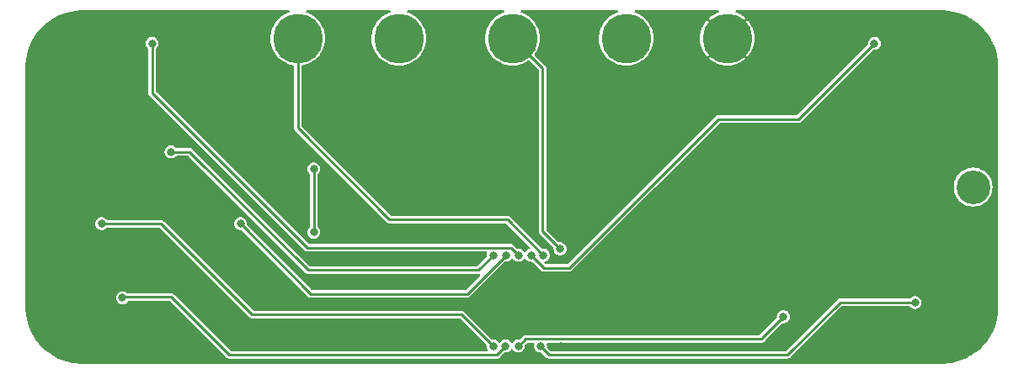
<source format=gbl>
G04 #@! TF.GenerationSoftware,KiCad,Pcbnew,8.0.0*
G04 #@! TF.CreationDate,2024-05-31T17:11:35+01:00*
G04 #@! TF.ProjectId,basic_kit_SMT_bumpers_D_pad,62617369-635f-46b6-9974-5f534d545f62,v1.4*
G04 #@! TF.SameCoordinates,Original*
G04 #@! TF.FileFunction,Copper,L2,Bot*
G04 #@! TF.FilePolarity,Positive*
%FSLAX46Y46*%
G04 Gerber Fmt 4.6, Leading zero omitted, Abs format (unit mm)*
G04 Created by KiCad (PCBNEW 8.0.0) date 2024-05-31 17:11:35*
%MOMM*%
%LPD*%
G01*
G04 APERTURE LIST*
G04 #@! TA.AperFunction,ComponentPad*
%ADD10C,5.000000*%
G04 #@! TD*
G04 #@! TA.AperFunction,ViaPad*
%ADD11C,3.400000*%
G04 #@! TD*
G04 #@! TA.AperFunction,ViaPad*
%ADD12C,0.800000*%
G04 #@! TD*
G04 #@! TA.AperFunction,Conductor*
%ADD13C,0.250000*%
G04 #@! TD*
G04 APERTURE END LIST*
D10*
X81328500Y-52197000D03*
X91488500Y-52197000D03*
X102918500Y-52197000D03*
X114348500Y-52197000D03*
X124508500Y-52197000D03*
D11*
X149225000Y-67171400D03*
D12*
X102730000Y-61960000D03*
X130140000Y-80240000D03*
X103505000Y-83185000D03*
X107750000Y-83190000D03*
X82930000Y-71730000D03*
X82930000Y-65340000D03*
X106010000Y-74030000D03*
X107696000Y-73406000D03*
X100960000Y-83190000D03*
X61595000Y-70866000D03*
X68580000Y-63627000D03*
X100965000Y-74041000D03*
X75565000Y-70866000D03*
X102235000Y-74041000D03*
X63700000Y-78340000D03*
X102210000Y-83190000D03*
X105730000Y-83190000D03*
X143380000Y-78820000D03*
X66675000Y-52705000D03*
X103505000Y-74041000D03*
X139305000Y-52705000D03*
X104770000Y-74040000D03*
D13*
X103505000Y-83185000D02*
X104225000Y-82465000D01*
X127974000Y-82406000D02*
X130140000Y-80240000D01*
X104225000Y-82465000D02*
X127974000Y-82465000D01*
X127974000Y-82465000D02*
X127974000Y-82406000D01*
X105730000Y-83250000D02*
X105730000Y-83190000D01*
X106554000Y-84074000D02*
X105730000Y-83250000D01*
X130556000Y-84074000D02*
X106554000Y-84074000D01*
X135850000Y-78780000D02*
X130556000Y-84074000D01*
X143340000Y-78780000D02*
X143380000Y-78820000D01*
X135850000Y-78780000D02*
X143340000Y-78780000D01*
X105920000Y-55198500D02*
X102918500Y-52197000D01*
X107696000Y-73406000D02*
X105920000Y-71630000D01*
X105920000Y-71630000D02*
X105920000Y-55198500D01*
X82930000Y-71730000D02*
X82930000Y-65340000D01*
X90540000Y-70440000D02*
X102420000Y-70440000D01*
X102420000Y-70440000D02*
X106010000Y-74030000D01*
X81328500Y-61228500D02*
X90540000Y-70440000D01*
X81328500Y-52197000D02*
X81328500Y-61228500D01*
X67564000Y-70866000D02*
X61595000Y-70866000D01*
X76718000Y-80020000D02*
X67564000Y-70866000D01*
X97800000Y-80020000D02*
X100960000Y-83180000D01*
X100960000Y-83180000D02*
X100960000Y-83190000D01*
X97800000Y-80020000D02*
X76718000Y-80020000D01*
X100965000Y-74041000D02*
X99476000Y-75530000D01*
X70467000Y-63627000D02*
X68580000Y-63627000D01*
X82370000Y-75530000D02*
X70467000Y-63627000D01*
X99476000Y-75530000D02*
X82370000Y-75530000D01*
X82629000Y-77930000D02*
X75565000Y-70866000D01*
X102235000Y-74041000D02*
X98346000Y-77930000D01*
X98346000Y-77930000D02*
X82629000Y-77930000D01*
X68598000Y-78250000D02*
X74422000Y-84074000D01*
X101346000Y-84054000D02*
X102210000Y-83190000D01*
X101346000Y-84074000D02*
X101346000Y-84054000D01*
X63790000Y-78250000D02*
X63700000Y-78340000D01*
X74422000Y-84074000D02*
X101346000Y-84074000D01*
X68598000Y-78250000D02*
X63790000Y-78250000D01*
X82250000Y-73280000D02*
X102744000Y-73280000D01*
X66675000Y-57705000D02*
X82250000Y-73280000D01*
X66675000Y-52705000D02*
X66675000Y-57705000D01*
X102744000Y-73280000D02*
X103505000Y-74041000D01*
X106040000Y-75310000D02*
X108586000Y-75310000D01*
X131685000Y-60325000D02*
X139305000Y-52705000D01*
X104770000Y-74040000D02*
X106040000Y-75310000D01*
X123571000Y-60325000D02*
X131685000Y-60325000D01*
X108586000Y-75310000D02*
X123571000Y-60325000D01*
G04 #@! TA.AperFunction,Conductor*
G36*
X80449404Y-49376685D02*
G01*
X80495159Y-49429489D01*
X80505103Y-49498647D01*
X80476078Y-49562203D01*
X80419256Y-49599385D01*
X80351377Y-49620537D01*
X80158156Y-49707498D01*
X80068758Y-49747734D01*
X80047943Y-49757102D01*
X79956323Y-49812487D01*
X79763173Y-49929251D01*
X79501244Y-50134460D01*
X79265960Y-50369744D01*
X79060751Y-50631673D01*
X78888601Y-50916445D01*
X78888600Y-50916447D01*
X78752036Y-51219880D01*
X78752030Y-51219895D01*
X78653046Y-51537550D01*
X78653044Y-51537556D01*
X78653044Y-51537559D01*
X78613380Y-51754000D01*
X78593063Y-51864863D01*
X78572973Y-52197000D01*
X78593063Y-52529136D01*
X78593063Y-52529141D01*
X78593064Y-52529142D01*
X78653044Y-52856441D01*
X78653045Y-52856445D01*
X78653046Y-52856449D01*
X78752030Y-53174104D01*
X78752034Y-53174116D01*
X78752037Y-53174123D01*
X78888602Y-53477557D01*
X78913366Y-53518521D01*
X79060751Y-53762326D01*
X79265960Y-54024255D01*
X79501244Y-54259539D01*
X79763173Y-54464748D01*
X79763178Y-54464751D01*
X79763182Y-54464754D01*
X80047943Y-54636898D01*
X80351377Y-54773463D01*
X80351390Y-54773467D01*
X80351395Y-54773469D01*
X80536833Y-54831253D01*
X80669059Y-54872456D01*
X80851353Y-54905862D01*
X80913745Y-54937309D01*
X80949232Y-54997495D01*
X80953000Y-55027831D01*
X80953000Y-61277935D01*
X80978590Y-61373438D01*
X81028025Y-61459062D01*
X81028026Y-61459063D01*
X90239525Y-70670562D01*
X90309438Y-70740475D01*
X90395062Y-70789910D01*
X90442811Y-70802705D01*
X90442812Y-70802705D01*
X90452903Y-70805408D01*
X90490564Y-70815500D01*
X90490565Y-70815500D01*
X102213101Y-70815500D01*
X102280140Y-70835185D01*
X102300782Y-70851819D01*
X104653842Y-73204880D01*
X104687327Y-73266203D01*
X104682343Y-73335895D01*
X104640471Y-73391828D01*
X104595837Y-73412958D01*
X104537632Y-73427304D01*
X104397762Y-73500715D01*
X104279515Y-73605472D01*
X104239203Y-73663873D01*
X104184920Y-73707863D01*
X104115471Y-73715522D01*
X104052907Y-73684418D01*
X104035104Y-73663871D01*
X103995485Y-73606472D01*
X103994354Y-73605470D01*
X103877240Y-73501717D01*
X103877238Y-73501716D01*
X103877237Y-73501715D01*
X103737365Y-73428303D01*
X103583986Y-73390500D01*
X103583985Y-73390500D01*
X103436899Y-73390500D01*
X103369860Y-73370815D01*
X103349218Y-73354181D01*
X102974563Y-72979526D01*
X102974562Y-72979525D01*
X102888938Y-72930090D01*
X102841186Y-72917295D01*
X102841184Y-72917294D01*
X102841182Y-72917293D01*
X102793436Y-72904500D01*
X102793435Y-72904500D01*
X82456899Y-72904500D01*
X82389860Y-72884815D01*
X82369218Y-72868181D01*
X81231037Y-71730000D01*
X82274722Y-71730000D01*
X82293762Y-71886818D01*
X82349780Y-72034523D01*
X82439517Y-72164530D01*
X82557760Y-72269283D01*
X82557762Y-72269284D01*
X82697634Y-72342696D01*
X82851014Y-72380500D01*
X82851015Y-72380500D01*
X83008985Y-72380500D01*
X83162365Y-72342696D01*
X83302240Y-72269283D01*
X83420483Y-72164530D01*
X83510220Y-72034523D01*
X83566237Y-71886818D01*
X83585278Y-71730000D01*
X83566237Y-71573182D01*
X83558514Y-71552819D01*
X83519315Y-71449459D01*
X83510220Y-71425477D01*
X83420483Y-71295470D01*
X83420024Y-71295063D01*
X83347273Y-71230611D01*
X83310146Y-71171422D01*
X83305500Y-71137796D01*
X83305500Y-65932202D01*
X83325185Y-65865163D01*
X83347274Y-65839386D01*
X83420482Y-65774531D01*
X83476376Y-65693554D01*
X83510220Y-65644523D01*
X83566237Y-65496818D01*
X83585278Y-65340000D01*
X83579830Y-65295127D01*
X83566237Y-65183181D01*
X83544992Y-65127164D01*
X83510220Y-65035477D01*
X83420483Y-64905470D01*
X83302240Y-64800717D01*
X83302238Y-64800716D01*
X83302237Y-64800715D01*
X83162365Y-64727303D01*
X83008986Y-64689500D01*
X83008985Y-64689500D01*
X82851015Y-64689500D01*
X82851014Y-64689500D01*
X82697634Y-64727303D01*
X82557762Y-64800715D01*
X82439516Y-64905471D01*
X82349781Y-65035475D01*
X82349780Y-65035476D01*
X82293762Y-65183181D01*
X82274722Y-65339999D01*
X82274722Y-65340000D01*
X82293762Y-65496818D01*
X82349780Y-65644523D01*
X82349781Y-65644524D01*
X82439517Y-65774531D01*
X82512726Y-65839386D01*
X82549853Y-65898574D01*
X82554500Y-65932202D01*
X82554500Y-71137796D01*
X82534815Y-71204835D01*
X82512727Y-71230611D01*
X82439518Y-71295468D01*
X82349781Y-71425475D01*
X82349780Y-71425476D01*
X82293762Y-71573181D01*
X82274722Y-71729999D01*
X82274722Y-71730000D01*
X81231037Y-71730000D01*
X67086819Y-57585782D01*
X67053334Y-57524459D01*
X67050500Y-57498101D01*
X67050500Y-53297202D01*
X67070185Y-53230163D01*
X67092274Y-53204386D01*
X67165482Y-53139531D01*
X67165484Y-53139528D01*
X67255220Y-53009523D01*
X67311237Y-52861818D01*
X67330278Y-52705000D01*
X67311237Y-52548182D01*
X67255220Y-52400477D01*
X67165483Y-52270470D01*
X67047240Y-52165717D01*
X67047238Y-52165716D01*
X67047237Y-52165715D01*
X66907365Y-52092303D01*
X66753986Y-52054500D01*
X66753985Y-52054500D01*
X66596015Y-52054500D01*
X66596014Y-52054500D01*
X66442634Y-52092303D01*
X66302762Y-52165715D01*
X66184516Y-52270471D01*
X66094781Y-52400475D01*
X66094780Y-52400476D01*
X66038762Y-52548181D01*
X66019722Y-52704999D01*
X66019722Y-52705000D01*
X66038762Y-52861818D01*
X66094780Y-53009523D01*
X66094781Y-53009524D01*
X66184517Y-53139531D01*
X66257726Y-53204386D01*
X66294853Y-53263574D01*
X66299500Y-53297202D01*
X66299500Y-57754435D01*
X66325090Y-57849938D01*
X66374525Y-57935562D01*
X66374526Y-57935563D01*
X81949525Y-73510562D01*
X82019438Y-73580475D01*
X82105062Y-73629910D01*
X82152811Y-73642705D01*
X82152812Y-73642705D01*
X82162903Y-73645408D01*
X82200564Y-73655500D01*
X82200565Y-73655500D01*
X100235846Y-73655500D01*
X100302885Y-73675185D01*
X100348640Y-73727989D01*
X100358584Y-73797147D01*
X100351789Y-73823465D01*
X100345319Y-73840528D01*
X100328762Y-73884182D01*
X100309722Y-74041000D01*
X100315896Y-74091854D01*
X100304435Y-74160777D01*
X100280481Y-74194480D01*
X99356782Y-75118181D01*
X99295459Y-75151666D01*
X99269101Y-75154500D01*
X82576899Y-75154500D01*
X82509860Y-75134815D01*
X82489218Y-75118181D01*
X70697563Y-63326526D01*
X70697562Y-63326525D01*
X70611938Y-63277090D01*
X70564186Y-63264295D01*
X70564184Y-63264294D01*
X70564182Y-63264293D01*
X70516436Y-63251500D01*
X70516435Y-63251500D01*
X69176308Y-63251500D01*
X69109269Y-63231815D01*
X69074257Y-63197938D01*
X69070483Y-63192470D01*
X68952240Y-63087717D01*
X68952238Y-63087716D01*
X68952237Y-63087715D01*
X68812365Y-63014303D01*
X68658986Y-62976500D01*
X68658985Y-62976500D01*
X68501015Y-62976500D01*
X68501014Y-62976500D01*
X68347634Y-63014303D01*
X68207762Y-63087715D01*
X68089516Y-63192471D01*
X67999781Y-63322475D01*
X67999780Y-63322476D01*
X67943762Y-63470181D01*
X67924722Y-63626999D01*
X67924722Y-63627000D01*
X67943762Y-63783818D01*
X67999780Y-63931523D01*
X68089517Y-64061530D01*
X68207760Y-64166283D01*
X68207762Y-64166284D01*
X68347634Y-64239696D01*
X68501014Y-64277500D01*
X68501015Y-64277500D01*
X68658985Y-64277500D01*
X68812365Y-64239696D01*
X68952240Y-64166283D01*
X69070483Y-64061530D01*
X69074257Y-64056061D01*
X69128537Y-64012071D01*
X69176308Y-64002500D01*
X70260101Y-64002500D01*
X70327140Y-64022185D01*
X70347782Y-64038819D01*
X82069525Y-75760562D01*
X82139438Y-75830475D01*
X82225062Y-75879910D01*
X82272811Y-75892705D01*
X82272812Y-75892705D01*
X82282903Y-75895408D01*
X82320564Y-75905500D01*
X82320565Y-75905500D01*
X82320566Y-75905500D01*
X99533564Y-75905500D01*
X99533564Y-75906922D01*
X99593926Y-75916327D01*
X99646188Y-75962700D01*
X99665082Y-76029967D01*
X99644611Y-76096770D01*
X99628772Y-76116189D01*
X98226782Y-77518181D01*
X98165459Y-77551666D01*
X98139101Y-77554500D01*
X82835899Y-77554500D01*
X82768860Y-77534815D01*
X82748218Y-77518181D01*
X76249517Y-71019480D01*
X76216032Y-70958157D01*
X76214102Y-70916857D01*
X76220278Y-70866000D01*
X76201237Y-70709182D01*
X76145220Y-70561477D01*
X76055483Y-70431470D01*
X75937240Y-70326717D01*
X75937238Y-70326716D01*
X75937237Y-70326715D01*
X75797365Y-70253303D01*
X75643986Y-70215500D01*
X75643985Y-70215500D01*
X75486015Y-70215500D01*
X75486014Y-70215500D01*
X75332634Y-70253303D01*
X75192762Y-70326715D01*
X75074516Y-70431471D01*
X74984781Y-70561475D01*
X74984780Y-70561476D01*
X74928762Y-70709181D01*
X74909722Y-70865999D01*
X74909722Y-70866000D01*
X74928762Y-71022818D01*
X74972368Y-71137796D01*
X74984780Y-71170523D01*
X75074517Y-71300530D01*
X75192760Y-71405283D01*
X75192762Y-71405284D01*
X75332634Y-71478696D01*
X75486014Y-71516500D01*
X75633101Y-71516500D01*
X75700140Y-71536185D01*
X75720782Y-71552819D01*
X82398438Y-78230475D01*
X82484063Y-78279911D01*
X82579564Y-78305500D01*
X82579565Y-78305500D01*
X82579566Y-78305500D01*
X98395434Y-78305500D01*
X98395436Y-78305500D01*
X98441453Y-78293169D01*
X98451178Y-78290564D01*
X98468706Y-78285866D01*
X98490938Y-78279910D01*
X98576562Y-78230475D01*
X98646475Y-78160562D01*
X102079217Y-74727818D01*
X102140540Y-74694334D01*
X102166898Y-74691500D01*
X102313985Y-74691500D01*
X102467365Y-74653696D01*
X102488323Y-74642696D01*
X102607240Y-74580283D01*
X102725483Y-74475530D01*
X102767950Y-74414006D01*
X102822232Y-74370015D01*
X102891681Y-74362355D01*
X102954246Y-74393458D01*
X102972050Y-74414006D01*
X103014514Y-74475527D01*
X103014516Y-74475529D01*
X103014517Y-74475530D01*
X103132760Y-74580283D01*
X103132762Y-74580284D01*
X103272634Y-74653696D01*
X103426014Y-74691500D01*
X103426015Y-74691500D01*
X103583985Y-74691500D01*
X103737365Y-74653696D01*
X103758323Y-74642696D01*
X103877240Y-74580283D01*
X103995483Y-74475530D01*
X104035796Y-74417127D01*
X104090077Y-74373137D01*
X104159526Y-74365477D01*
X104222091Y-74396580D01*
X104239893Y-74417125D01*
X104258501Y-74444084D01*
X104272614Y-74464530D01*
X104279517Y-74474530D01*
X104397760Y-74579283D01*
X104397762Y-74579284D01*
X104537634Y-74652696D01*
X104691014Y-74690500D01*
X104838101Y-74690500D01*
X104905140Y-74710185D01*
X104925782Y-74726819D01*
X105739525Y-75540562D01*
X105809438Y-75610475D01*
X105895059Y-75659908D01*
X105895062Y-75659910D01*
X105942811Y-75672705D01*
X105942812Y-75672705D01*
X105952903Y-75675408D01*
X105990564Y-75685500D01*
X105990565Y-75685500D01*
X105990566Y-75685500D01*
X108635435Y-75685500D01*
X108635436Y-75685500D01*
X108683186Y-75672705D01*
X108730938Y-75659910D01*
X108816562Y-75610475D01*
X108886475Y-75540562D01*
X117255636Y-67171401D01*
X147269518Y-67171401D01*
X147289422Y-67449699D01*
X147348727Y-67722316D01*
X147348729Y-67722323D01*
X147409266Y-67884630D01*
X147446231Y-67983738D01*
X147446233Y-67983742D01*
X147579940Y-68228607D01*
X147579945Y-68228615D01*
X147747138Y-68451960D01*
X147747154Y-68451978D01*
X147944421Y-68649245D01*
X147944439Y-68649261D01*
X148167784Y-68816454D01*
X148167792Y-68816459D01*
X148412657Y-68950166D01*
X148412661Y-68950168D01*
X148412663Y-68950169D01*
X148674077Y-69047671D01*
X148810391Y-69077324D01*
X148946700Y-69106977D01*
X148946702Y-69106977D01*
X148946706Y-69106978D01*
X149194014Y-69124665D01*
X149224999Y-69126882D01*
X149225000Y-69126882D01*
X149225001Y-69126882D01*
X149252881Y-69124887D01*
X149503294Y-69106978D01*
X149775923Y-69047671D01*
X150037337Y-68950169D01*
X150282213Y-68816456D01*
X150505568Y-68649255D01*
X150702855Y-68451968D01*
X150870056Y-68228613D01*
X151003769Y-67983737D01*
X151101271Y-67722323D01*
X151160578Y-67449694D01*
X151180482Y-67171400D01*
X151160578Y-66893106D01*
X151101271Y-66620477D01*
X151003769Y-66359063D01*
X150870056Y-66114187D01*
X150870054Y-66114184D01*
X150702861Y-65890839D01*
X150702845Y-65890821D01*
X150505578Y-65693554D01*
X150505560Y-65693538D01*
X150282215Y-65526345D01*
X150282207Y-65526340D01*
X150037342Y-65392633D01*
X150037338Y-65392631D01*
X149896227Y-65340000D01*
X149775923Y-65295129D01*
X149775919Y-65295128D01*
X149775916Y-65295127D01*
X149503299Y-65235822D01*
X149225001Y-65215918D01*
X149224999Y-65215918D01*
X148946700Y-65235822D01*
X148674083Y-65295127D01*
X148674078Y-65295128D01*
X148674077Y-65295129D01*
X148610875Y-65318701D01*
X148412661Y-65392631D01*
X148412657Y-65392633D01*
X148167792Y-65526340D01*
X148167784Y-65526345D01*
X147944439Y-65693538D01*
X147944421Y-65693554D01*
X147747154Y-65890821D01*
X147747138Y-65890839D01*
X147579945Y-66114184D01*
X147579940Y-66114192D01*
X147446233Y-66359057D01*
X147446231Y-66359061D01*
X147348727Y-66620483D01*
X147289422Y-66893100D01*
X147269518Y-67171398D01*
X147269518Y-67171401D01*
X117255636Y-67171401D01*
X123690218Y-60736819D01*
X123751541Y-60703334D01*
X123777899Y-60700500D01*
X131734435Y-60700500D01*
X131734436Y-60700500D01*
X131782186Y-60687705D01*
X131829938Y-60674910D01*
X131915562Y-60625475D01*
X131985475Y-60555562D01*
X139149217Y-53391818D01*
X139210540Y-53358334D01*
X139236898Y-53355500D01*
X139383985Y-53355500D01*
X139537365Y-53317696D01*
X139551030Y-53310524D01*
X139677240Y-53244283D01*
X139795483Y-53139530D01*
X139885220Y-53009523D01*
X139941237Y-52861818D01*
X139960278Y-52705000D01*
X139941237Y-52548182D01*
X139885220Y-52400477D01*
X139795483Y-52270470D01*
X139677240Y-52165717D01*
X139677238Y-52165716D01*
X139677237Y-52165715D01*
X139537365Y-52092303D01*
X139383986Y-52054500D01*
X139383985Y-52054500D01*
X139226015Y-52054500D01*
X139226014Y-52054500D01*
X139072634Y-52092303D01*
X138932762Y-52165715D01*
X138814516Y-52270471D01*
X138724781Y-52400475D01*
X138724780Y-52400476D01*
X138668763Y-52548181D01*
X138649722Y-52705000D01*
X138649722Y-52705001D01*
X138655896Y-52755854D01*
X138644435Y-52824777D01*
X138620481Y-52858480D01*
X131565782Y-59913181D01*
X131504459Y-59946666D01*
X131478101Y-59949500D01*
X123521564Y-59949500D01*
X123473812Y-59962295D01*
X123473811Y-59962294D01*
X123426063Y-59975089D01*
X123426062Y-59975089D01*
X123340435Y-60024527D01*
X108466782Y-74898181D01*
X108405459Y-74931666D01*
X108379101Y-74934500D01*
X106246899Y-74934500D01*
X106179860Y-74914815D01*
X106159218Y-74898181D01*
X106126156Y-74865119D01*
X106092671Y-74803796D01*
X106097655Y-74734104D01*
X106139527Y-74678171D01*
X106184162Y-74657041D01*
X106242365Y-74642696D01*
X106382240Y-74569283D01*
X106500483Y-74464530D01*
X106590220Y-74334523D01*
X106646237Y-74186818D01*
X106665278Y-74030000D01*
X106663906Y-74018696D01*
X106646237Y-73873181D01*
X106617401Y-73797147D01*
X106590220Y-73725477D01*
X106500483Y-73595470D01*
X106382240Y-73490717D01*
X106382238Y-73490716D01*
X106382237Y-73490715D01*
X106242365Y-73417303D01*
X106088986Y-73379500D01*
X106088985Y-73379500D01*
X105941900Y-73379500D01*
X105874861Y-73359815D01*
X105854219Y-73343181D01*
X102650563Y-70139526D01*
X102650562Y-70139525D01*
X102564938Y-70090090D01*
X102517186Y-70077295D01*
X102517184Y-70077294D01*
X102517182Y-70077293D01*
X102469436Y-70064500D01*
X102469435Y-70064500D01*
X90746899Y-70064500D01*
X90679860Y-70044815D01*
X90659218Y-70028181D01*
X81740319Y-61109282D01*
X81706834Y-61047959D01*
X81704000Y-61021601D01*
X81704000Y-55027831D01*
X81723685Y-54960792D01*
X81776489Y-54915037D01*
X81805645Y-54905862D01*
X81987941Y-54872456D01*
X82305623Y-54773463D01*
X82609057Y-54636898D01*
X82893818Y-54464754D01*
X82894351Y-54464337D01*
X83027855Y-54359743D01*
X83155752Y-54259542D01*
X83391042Y-54024252D01*
X83536381Y-53838740D01*
X83596248Y-53762326D01*
X83596252Y-53762320D01*
X83596254Y-53762318D01*
X83768398Y-53477557D01*
X83904963Y-53174123D01*
X84003956Y-52856441D01*
X84063936Y-52529142D01*
X84084027Y-52197000D01*
X84063936Y-51864858D01*
X84003956Y-51537559D01*
X83955124Y-51380851D01*
X83904969Y-51219895D01*
X83904967Y-51219890D01*
X83904963Y-51219877D01*
X83768398Y-50916443D01*
X83596254Y-50631682D01*
X83596251Y-50631678D01*
X83596248Y-50631673D01*
X83391039Y-50369744D01*
X83155755Y-50134460D01*
X82893826Y-49929251D01*
X82893818Y-49929246D01*
X82609057Y-49757102D01*
X82305623Y-49620537D01*
X82237743Y-49599385D01*
X82179597Y-49560648D01*
X82151623Y-49496623D01*
X82162704Y-49427638D01*
X82209323Y-49375594D01*
X82274635Y-49357000D01*
X90542365Y-49357000D01*
X90609404Y-49376685D01*
X90655159Y-49429489D01*
X90665103Y-49498647D01*
X90636078Y-49562203D01*
X90579256Y-49599385D01*
X90511377Y-49620537D01*
X90318156Y-49707498D01*
X90228758Y-49747734D01*
X90207943Y-49757102D01*
X90116323Y-49812487D01*
X89923173Y-49929251D01*
X89661244Y-50134460D01*
X89425960Y-50369744D01*
X89220751Y-50631673D01*
X89048601Y-50916445D01*
X89048600Y-50916447D01*
X88912036Y-51219880D01*
X88912030Y-51219895D01*
X88813046Y-51537550D01*
X88813044Y-51537556D01*
X88813044Y-51537559D01*
X88773380Y-51754000D01*
X88753063Y-51864863D01*
X88732973Y-52197000D01*
X88753063Y-52529136D01*
X88753063Y-52529141D01*
X88753064Y-52529142D01*
X88813044Y-52856441D01*
X88813045Y-52856445D01*
X88813046Y-52856449D01*
X88912030Y-53174104D01*
X88912034Y-53174116D01*
X88912037Y-53174123D01*
X89048602Y-53477557D01*
X89073366Y-53518521D01*
X89220751Y-53762326D01*
X89425960Y-54024255D01*
X89661244Y-54259539D01*
X89923173Y-54464748D01*
X89923178Y-54464751D01*
X89923182Y-54464754D01*
X90207943Y-54636898D01*
X90511377Y-54773463D01*
X90511390Y-54773467D01*
X90511395Y-54773469D01*
X90696833Y-54831253D01*
X90829059Y-54872456D01*
X91156358Y-54932436D01*
X91488500Y-54952527D01*
X91820642Y-54932436D01*
X92147941Y-54872456D01*
X92465623Y-54773463D01*
X92769057Y-54636898D01*
X93053818Y-54464754D01*
X93054351Y-54464337D01*
X93187855Y-54359743D01*
X93315752Y-54259542D01*
X93551042Y-54024252D01*
X93696381Y-53838740D01*
X93756248Y-53762326D01*
X93756252Y-53762320D01*
X93756254Y-53762318D01*
X93928398Y-53477557D01*
X94064963Y-53174123D01*
X94163956Y-52856441D01*
X94223936Y-52529142D01*
X94244027Y-52197000D01*
X94223936Y-51864858D01*
X94163956Y-51537559D01*
X94115124Y-51380851D01*
X94064969Y-51219895D01*
X94064967Y-51219890D01*
X94064963Y-51219877D01*
X93928398Y-50916443D01*
X93756254Y-50631682D01*
X93756251Y-50631678D01*
X93756248Y-50631673D01*
X93551039Y-50369744D01*
X93315755Y-50134460D01*
X93053826Y-49929251D01*
X93053818Y-49929246D01*
X92769057Y-49757102D01*
X92465623Y-49620537D01*
X92397743Y-49599385D01*
X92339597Y-49560648D01*
X92311623Y-49496623D01*
X92322704Y-49427638D01*
X92369323Y-49375594D01*
X92434635Y-49357000D01*
X101972365Y-49357000D01*
X102039404Y-49376685D01*
X102085159Y-49429489D01*
X102095103Y-49498647D01*
X102066078Y-49562203D01*
X102009256Y-49599385D01*
X101941377Y-49620537D01*
X101748156Y-49707498D01*
X101658758Y-49747734D01*
X101637943Y-49757102D01*
X101546323Y-49812487D01*
X101353173Y-49929251D01*
X101091244Y-50134460D01*
X100855960Y-50369744D01*
X100650751Y-50631673D01*
X100478601Y-50916445D01*
X100478600Y-50916447D01*
X100342036Y-51219880D01*
X100342030Y-51219895D01*
X100243046Y-51537550D01*
X100243044Y-51537556D01*
X100243044Y-51537559D01*
X100203380Y-51754000D01*
X100183063Y-51864863D01*
X100162973Y-52197000D01*
X100183063Y-52529136D01*
X100183063Y-52529141D01*
X100183064Y-52529142D01*
X100243044Y-52856441D01*
X100243045Y-52856445D01*
X100243046Y-52856449D01*
X100342030Y-53174104D01*
X100342034Y-53174116D01*
X100342037Y-53174123D01*
X100478602Y-53477557D01*
X100503366Y-53518521D01*
X100650751Y-53762326D01*
X100855960Y-54024255D01*
X101091244Y-54259539D01*
X101353173Y-54464748D01*
X101353178Y-54464751D01*
X101353182Y-54464754D01*
X101637943Y-54636898D01*
X101941377Y-54773463D01*
X101941390Y-54773467D01*
X101941395Y-54773469D01*
X102126833Y-54831253D01*
X102259059Y-54872456D01*
X102586358Y-54932436D01*
X102918500Y-54952527D01*
X103250642Y-54932436D01*
X103577941Y-54872456D01*
X103895623Y-54773463D01*
X104199057Y-54636898D01*
X104483818Y-54464754D01*
X104493443Y-54457212D01*
X104558348Y-54431360D01*
X104626932Y-54444703D01*
X104657601Y-54467138D01*
X105508181Y-55317718D01*
X105541666Y-55379041D01*
X105544500Y-55405399D01*
X105544500Y-71679435D01*
X105570090Y-71774938D01*
X105570091Y-71774939D01*
X105570091Y-71774940D01*
X105619526Y-71860563D01*
X107011481Y-73252518D01*
X107044966Y-73313841D01*
X107046896Y-73355143D01*
X107040722Y-73405997D01*
X107040722Y-73406000D01*
X107059762Y-73562818D01*
X107098087Y-73663871D01*
X107115780Y-73710523D01*
X107205517Y-73840530D01*
X107323760Y-73945283D01*
X107323762Y-73945284D01*
X107463634Y-74018696D01*
X107617014Y-74056500D01*
X107617015Y-74056500D01*
X107774985Y-74056500D01*
X107928365Y-74018696D01*
X108068240Y-73945283D01*
X108186483Y-73840530D01*
X108276220Y-73710523D01*
X108332237Y-73562818D01*
X108351278Y-73406000D01*
X108343651Y-73343181D01*
X108332237Y-73249181D01*
X108310992Y-73193164D01*
X108276220Y-73101477D01*
X108186483Y-72971470D01*
X108068240Y-72866717D01*
X108068238Y-72866716D01*
X108068237Y-72866715D01*
X107928365Y-72793303D01*
X107774986Y-72755500D01*
X107774985Y-72755500D01*
X107627899Y-72755500D01*
X107560860Y-72735815D01*
X107540218Y-72719181D01*
X106331819Y-71510782D01*
X106298334Y-71449459D01*
X106295500Y-71423101D01*
X106295500Y-55149067D01*
X106295500Y-55149065D01*
X106269910Y-55053562D01*
X106220475Y-54967938D01*
X106150562Y-54898025D01*
X105188638Y-53936101D01*
X105155153Y-53874778D01*
X105160137Y-53805086D01*
X105178709Y-53771947D01*
X105186254Y-53762318D01*
X105358398Y-53477557D01*
X105494963Y-53174123D01*
X105593956Y-52856441D01*
X105653936Y-52529142D01*
X105674027Y-52197000D01*
X105653936Y-51864858D01*
X105593956Y-51537559D01*
X105545124Y-51380851D01*
X105494969Y-51219895D01*
X105494967Y-51219890D01*
X105494963Y-51219877D01*
X105358398Y-50916443D01*
X105186254Y-50631682D01*
X105186251Y-50631678D01*
X105186248Y-50631673D01*
X104981039Y-50369744D01*
X104745755Y-50134460D01*
X104483826Y-49929251D01*
X104483818Y-49929246D01*
X104199057Y-49757102D01*
X103895623Y-49620537D01*
X103827743Y-49599385D01*
X103769597Y-49560648D01*
X103741623Y-49496623D01*
X103752704Y-49427638D01*
X103799323Y-49375594D01*
X103864635Y-49357000D01*
X113402365Y-49357000D01*
X113469404Y-49376685D01*
X113515159Y-49429489D01*
X113525103Y-49498647D01*
X113496078Y-49562203D01*
X113439256Y-49599385D01*
X113371377Y-49620537D01*
X113178156Y-49707498D01*
X113088758Y-49747734D01*
X113067943Y-49757102D01*
X112976323Y-49812487D01*
X112783173Y-49929251D01*
X112521244Y-50134460D01*
X112285960Y-50369744D01*
X112080751Y-50631673D01*
X111908601Y-50916445D01*
X111908600Y-50916447D01*
X111772036Y-51219880D01*
X111772030Y-51219895D01*
X111673046Y-51537550D01*
X111673044Y-51537556D01*
X111673044Y-51537559D01*
X111633380Y-51754000D01*
X111613063Y-51864863D01*
X111592973Y-52197000D01*
X111613063Y-52529136D01*
X111613063Y-52529141D01*
X111613064Y-52529142D01*
X111673044Y-52856441D01*
X111673045Y-52856445D01*
X111673046Y-52856449D01*
X111772030Y-53174104D01*
X111772034Y-53174116D01*
X111772037Y-53174123D01*
X111908602Y-53477557D01*
X111933366Y-53518521D01*
X112080751Y-53762326D01*
X112285960Y-54024255D01*
X112521244Y-54259539D01*
X112783173Y-54464748D01*
X112783178Y-54464751D01*
X112783182Y-54464754D01*
X113067943Y-54636898D01*
X113371377Y-54773463D01*
X113371390Y-54773467D01*
X113371395Y-54773469D01*
X113556833Y-54831253D01*
X113689059Y-54872456D01*
X114016358Y-54932436D01*
X114348500Y-54952527D01*
X114680642Y-54932436D01*
X115007941Y-54872456D01*
X115325623Y-54773463D01*
X115629057Y-54636898D01*
X115913818Y-54464754D01*
X115914351Y-54464337D01*
X116047855Y-54359743D01*
X116175752Y-54259542D01*
X116411042Y-54024252D01*
X116556381Y-53838740D01*
X116616248Y-53762326D01*
X116616252Y-53762320D01*
X116616254Y-53762318D01*
X116788398Y-53477557D01*
X116924963Y-53174123D01*
X117023956Y-52856441D01*
X117083936Y-52529142D01*
X117104027Y-52197000D01*
X117083936Y-51864858D01*
X117023956Y-51537559D01*
X116975124Y-51380851D01*
X116924969Y-51219895D01*
X116924967Y-51219890D01*
X116924963Y-51219877D01*
X116788398Y-50916443D01*
X116616254Y-50631682D01*
X116616251Y-50631678D01*
X116616248Y-50631673D01*
X116411039Y-50369744D01*
X116175755Y-50134460D01*
X115913826Y-49929251D01*
X115913818Y-49929246D01*
X115629057Y-49757102D01*
X115325623Y-49620537D01*
X115257743Y-49599385D01*
X115199597Y-49560648D01*
X115171623Y-49496623D01*
X115182704Y-49427638D01*
X115229323Y-49375594D01*
X115294635Y-49357000D01*
X123564046Y-49357000D01*
X123631085Y-49376685D01*
X123676840Y-49429489D01*
X123686784Y-49498647D01*
X123657759Y-49562203D01*
X123600936Y-49599386D01*
X123531556Y-49621005D01*
X123228180Y-49757543D01*
X123228178Y-49757545D01*
X122943468Y-49929657D01*
X122943459Y-49929662D01*
X122681581Y-50134832D01*
X122652345Y-50164068D01*
X123182675Y-50694398D01*
X123005898Y-50871175D01*
X122475568Y-50340845D01*
X122446332Y-50370081D01*
X122241162Y-50631959D01*
X122241157Y-50631968D01*
X122069045Y-50916678D01*
X122069043Y-50916680D01*
X121932505Y-51220056D01*
X121932499Y-51220071D01*
X121833532Y-51537670D01*
X121773560Y-51864923D01*
X121753474Y-52197000D01*
X121773560Y-52529076D01*
X121833532Y-52856329D01*
X121932499Y-53173928D01*
X121932505Y-53173943D01*
X122069043Y-53477319D01*
X122069045Y-53477321D01*
X122241157Y-53762031D01*
X122241162Y-53762040D01*
X122446332Y-54023918D01*
X122475568Y-54053154D01*
X123005897Y-53522824D01*
X123182674Y-53699601D01*
X122652345Y-54229931D01*
X122681581Y-54259167D01*
X122943459Y-54464337D01*
X122943468Y-54464342D01*
X123228178Y-54636454D01*
X123228180Y-54636456D01*
X123531556Y-54772994D01*
X123531571Y-54773000D01*
X123849170Y-54871967D01*
X124176423Y-54931939D01*
X124508500Y-54952025D01*
X124840576Y-54931939D01*
X125167829Y-54871967D01*
X125485428Y-54773000D01*
X125485443Y-54772994D01*
X125788819Y-54636456D01*
X125788821Y-54636454D01*
X126073531Y-54464342D01*
X126073540Y-54464337D01*
X126335418Y-54259167D01*
X126364654Y-54229931D01*
X125834325Y-53699602D01*
X126011102Y-53522825D01*
X126541431Y-54053154D01*
X126570667Y-54023918D01*
X126775837Y-53762040D01*
X126775842Y-53762031D01*
X126947954Y-53477321D01*
X126947956Y-53477319D01*
X127084494Y-53173943D01*
X127084500Y-53173928D01*
X127183467Y-52856329D01*
X127243439Y-52529076D01*
X127263525Y-52197000D01*
X127243439Y-51864923D01*
X127183467Y-51537670D01*
X127084500Y-51220071D01*
X127084494Y-51220056D01*
X126947956Y-50916680D01*
X126947954Y-50916678D01*
X126775842Y-50631968D01*
X126775837Y-50631959D01*
X126570667Y-50370081D01*
X126541432Y-50340845D01*
X126011102Y-50871175D01*
X125834325Y-50694398D01*
X126364655Y-50164068D01*
X126335418Y-50134832D01*
X126073540Y-49929662D01*
X126073531Y-49929657D01*
X125788821Y-49757545D01*
X125788819Y-49757543D01*
X125485443Y-49621005D01*
X125416064Y-49599386D01*
X125357916Y-49560648D01*
X125329942Y-49496623D01*
X125341023Y-49427637D01*
X125387642Y-49375594D01*
X125452954Y-49357000D01*
X146035397Y-49357000D01*
X146036677Y-49357006D01*
X146267805Y-49359394D01*
X146276728Y-49359810D01*
X146738103Y-49398041D01*
X146748239Y-49399303D01*
X147204261Y-49475400D01*
X147214263Y-49477497D01*
X147662437Y-49590989D01*
X147672241Y-49593909D01*
X148109495Y-49744019D01*
X148119017Y-49747734D01*
X148542397Y-49933446D01*
X148551577Y-49937934D01*
X148958166Y-50157968D01*
X148966953Y-50163203D01*
X149233613Y-50337421D01*
X149353991Y-50416068D01*
X149362320Y-50422015D01*
X149727151Y-50705974D01*
X149734933Y-50712566D01*
X149956405Y-50916445D01*
X150075069Y-51025683D01*
X150082316Y-51032930D01*
X150395431Y-51373064D01*
X150402026Y-51380851D01*
X150685976Y-51745668D01*
X150691931Y-51754008D01*
X150944790Y-52141037D01*
X150950035Y-52149840D01*
X151155266Y-52529076D01*
X151170058Y-52556408D01*
X151174557Y-52565612D01*
X151235699Y-52705000D01*
X151360260Y-52988970D01*
X151363985Y-52998517D01*
X151514087Y-53435748D01*
X151517012Y-53445571D01*
X151630499Y-53893722D01*
X151632602Y-53903752D01*
X151708693Y-54359743D01*
X151709960Y-54369913D01*
X151748188Y-54831253D01*
X151748605Y-54840212D01*
X151750993Y-55071322D01*
X151751000Y-55072603D01*
X151751000Y-79270224D01*
X151750994Y-79271478D01*
X151748655Y-79502671D01*
X151748238Y-79511643D01*
X151710010Y-79972999D01*
X151708745Y-79983149D01*
X151632654Y-80439143D01*
X151630551Y-80449174D01*
X151517062Y-80897334D01*
X151514137Y-80907156D01*
X151364037Y-81344386D01*
X151360312Y-81353934D01*
X151174609Y-81777297D01*
X151170108Y-81786504D01*
X150950081Y-82193080D01*
X150944835Y-82201884D01*
X150691986Y-82588899D01*
X150686031Y-82597240D01*
X150402084Y-82962057D01*
X150395460Y-82969878D01*
X150082357Y-83309999D01*
X150075110Y-83317245D01*
X149734983Y-83630356D01*
X149727174Y-83636970D01*
X149472104Y-83835500D01*
X149362365Y-83920913D01*
X149354025Y-83926867D01*
X148966996Y-84179727D01*
X148958192Y-84184974D01*
X148551613Y-84405004D01*
X148542405Y-84409505D01*
X148119051Y-84595206D01*
X148109504Y-84598931D01*
X147672268Y-84749034D01*
X147662445Y-84751959D01*
X147214289Y-84865448D01*
X147204259Y-84867551D01*
X146748263Y-84943643D01*
X146738093Y-84944910D01*
X146276775Y-84983136D01*
X146267782Y-84983554D01*
X146036597Y-84985879D01*
X146035350Y-84985885D01*
X59676608Y-84985885D01*
X59675324Y-84985878D01*
X59444210Y-84983485D01*
X59435254Y-84983068D01*
X58973914Y-84944840D01*
X58963744Y-84943573D01*
X58507753Y-84867482D01*
X58497723Y-84865379D01*
X58049572Y-84751892D01*
X58039749Y-84748967D01*
X57602518Y-84598865D01*
X57592971Y-84595140D01*
X57260942Y-84449499D01*
X57169613Y-84409438D01*
X57160409Y-84404939D01*
X57104120Y-84374477D01*
X56753842Y-84184916D01*
X56745039Y-84179671D01*
X56358010Y-83926812D01*
X56349677Y-83920862D01*
X55984853Y-83636907D01*
X55977066Y-83630312D01*
X55636932Y-83317197D01*
X55629685Y-83309950D01*
X55467848Y-83134149D01*
X55316568Y-82969815D01*
X55309976Y-82962033D01*
X55026017Y-82597202D01*
X55020070Y-82588873D01*
X54960818Y-82498181D01*
X54767206Y-82201835D01*
X54761976Y-82193058D01*
X54541940Y-81786470D01*
X54537439Y-81777262D01*
X54351735Y-81353901D01*
X54348020Y-81344379D01*
X54197911Y-80907126D01*
X54194989Y-80897312D01*
X54183691Y-80852696D01*
X54081498Y-80449147D01*
X54079401Y-80439143D01*
X54003303Y-79983123D01*
X54002040Y-79972979D01*
X53963810Y-79511613D01*
X53963394Y-79502690D01*
X53961007Y-79271562D01*
X53961000Y-79270281D01*
X53961000Y-70866000D01*
X60939722Y-70866000D01*
X60958762Y-71022818D01*
X61002368Y-71137796D01*
X61014780Y-71170523D01*
X61104517Y-71300530D01*
X61222760Y-71405283D01*
X61222762Y-71405284D01*
X61362634Y-71478696D01*
X61516014Y-71516500D01*
X61516015Y-71516500D01*
X61673985Y-71516500D01*
X61827365Y-71478696D01*
X61835430Y-71474463D01*
X61967240Y-71405283D01*
X62085483Y-71300530D01*
X62089257Y-71295061D01*
X62143537Y-71251071D01*
X62191308Y-71241500D01*
X67357101Y-71241500D01*
X67424140Y-71261185D01*
X67444782Y-71277819D01*
X76417525Y-80250562D01*
X76487438Y-80320475D01*
X76573062Y-80369910D01*
X76620811Y-80382705D01*
X76620812Y-80382705D01*
X76630903Y-80385408D01*
X76668564Y-80395500D01*
X76668565Y-80395500D01*
X97593101Y-80395500D01*
X97660140Y-80415185D01*
X97680782Y-80431819D01*
X100276564Y-83027602D01*
X100310049Y-83088925D01*
X100311979Y-83130228D01*
X100304722Y-83189999D01*
X100304722Y-83190000D01*
X100323762Y-83346818D01*
X100379780Y-83494523D01*
X100379781Y-83494526D01*
X100386362Y-83504059D01*
X100408246Y-83570414D01*
X100390781Y-83638065D01*
X100339514Y-83685536D01*
X100284313Y-83698500D01*
X74628900Y-83698500D01*
X74561861Y-83678815D01*
X74541219Y-83662181D01*
X68828563Y-77949526D01*
X68828562Y-77949525D01*
X68752258Y-77905471D01*
X68742940Y-77900091D01*
X68742939Y-77900090D01*
X68670070Y-77880565D01*
X68647436Y-77874500D01*
X68647435Y-77874500D01*
X68647434Y-77874500D01*
X64202552Y-77874500D01*
X64135513Y-77854815D01*
X64120326Y-77843316D01*
X64072240Y-77800717D01*
X64072238Y-77800715D01*
X63932365Y-77727303D01*
X63778986Y-77689500D01*
X63778985Y-77689500D01*
X63621015Y-77689500D01*
X63621014Y-77689500D01*
X63467634Y-77727303D01*
X63327762Y-77800715D01*
X63209516Y-77905471D01*
X63119781Y-78035475D01*
X63119780Y-78035476D01*
X63063762Y-78183181D01*
X63044722Y-78339999D01*
X63044722Y-78340000D01*
X63063762Y-78496818D01*
X63116195Y-78635070D01*
X63119780Y-78644523D01*
X63209517Y-78774530D01*
X63327760Y-78879283D01*
X63327762Y-78879284D01*
X63467634Y-78952696D01*
X63621014Y-78990500D01*
X63621015Y-78990500D01*
X63778985Y-78990500D01*
X63932365Y-78952696D01*
X64072240Y-78879283D01*
X64190483Y-78774530D01*
X64256381Y-78679058D01*
X64310662Y-78635070D01*
X64358430Y-78625500D01*
X68391101Y-78625500D01*
X68458140Y-78645185D01*
X68478781Y-78661818D01*
X74191437Y-84374475D01*
X74277063Y-84423911D01*
X74372564Y-84449500D01*
X74372565Y-84449500D01*
X74372566Y-84449500D01*
X101395432Y-84449500D01*
X101395435Y-84449500D01*
X101490938Y-84423910D01*
X101576562Y-84374475D01*
X101646475Y-84304562D01*
X101665634Y-84271375D01*
X101685336Y-84245699D01*
X102054217Y-83876819D01*
X102115540Y-83843334D01*
X102141898Y-83840500D01*
X102288985Y-83840500D01*
X102442365Y-83802696D01*
X102451892Y-83797696D01*
X102582240Y-83729283D01*
X102700483Y-83624530D01*
X102757175Y-83542396D01*
X102811457Y-83498406D01*
X102880906Y-83490746D01*
X102943471Y-83521849D01*
X102961275Y-83542396D01*
X103014517Y-83619530D01*
X103132760Y-83724283D01*
X103144860Y-83730633D01*
X103272634Y-83797696D01*
X103426014Y-83835500D01*
X103426015Y-83835500D01*
X103583985Y-83835500D01*
X103737365Y-83797696D01*
X103877240Y-83724283D01*
X103995483Y-83619530D01*
X104085220Y-83489523D01*
X104141237Y-83341818D01*
X104160278Y-83185000D01*
X104154102Y-83134144D01*
X104165561Y-83065225D01*
X104189518Y-83031518D01*
X104212567Y-83008470D01*
X104259004Y-82962033D01*
X104344221Y-82876818D01*
X104405544Y-82843334D01*
X104431901Y-82840500D01*
X104987192Y-82840500D01*
X105054231Y-82860185D01*
X105099986Y-82912989D01*
X105109930Y-82982147D01*
X105103134Y-83008470D01*
X105093763Y-83033178D01*
X105093763Y-83033180D01*
X105074722Y-83189999D01*
X105074722Y-83190000D01*
X105093762Y-83346818D01*
X105112788Y-83396984D01*
X105149780Y-83494523D01*
X105239517Y-83624530D01*
X105357760Y-83729283D01*
X105357762Y-83729284D01*
X105497634Y-83802696D01*
X105651014Y-83840500D01*
X105651015Y-83840500D01*
X105738101Y-83840500D01*
X105805140Y-83860185D01*
X105825782Y-83876819D01*
X106253525Y-84304562D01*
X106323438Y-84374475D01*
X106383996Y-84409438D01*
X106409062Y-84423910D01*
X106456811Y-84436705D01*
X106456812Y-84436705D01*
X106466903Y-84439408D01*
X106504564Y-84449500D01*
X106504565Y-84449500D01*
X106504566Y-84449500D01*
X130605435Y-84449500D01*
X130605436Y-84449500D01*
X130653186Y-84436705D01*
X130700938Y-84423910D01*
X130786562Y-84374475D01*
X130856475Y-84304562D01*
X135969218Y-79191819D01*
X136030541Y-79158334D01*
X136056899Y-79155500D01*
X142756082Y-79155500D01*
X142823121Y-79175185D01*
X142858130Y-79209058D01*
X142889517Y-79254530D01*
X143007760Y-79359283D01*
X143007762Y-79359284D01*
X143147634Y-79432696D01*
X143301014Y-79470500D01*
X143301015Y-79470500D01*
X143458985Y-79470500D01*
X143612365Y-79432696D01*
X143752240Y-79359283D01*
X143870483Y-79254530D01*
X143960220Y-79124523D01*
X144016237Y-78976818D01*
X144035278Y-78820000D01*
X144016237Y-78663182D01*
X143960220Y-78515477D01*
X143870483Y-78385470D01*
X143752240Y-78280717D01*
X143752238Y-78280716D01*
X143752237Y-78280715D01*
X143612365Y-78207303D01*
X143458986Y-78169500D01*
X143458985Y-78169500D01*
X143301015Y-78169500D01*
X143301014Y-78169500D01*
X143147634Y-78207303D01*
X143007761Y-78280715D01*
X143007759Y-78280717D01*
X142903235Y-78373316D01*
X142840002Y-78403037D01*
X142821009Y-78404500D01*
X135800564Y-78404500D01*
X135705061Y-78430089D01*
X135619438Y-78479525D01*
X135619435Y-78479527D01*
X130436782Y-83662181D01*
X130375459Y-83695666D01*
X130349101Y-83698500D01*
X106760899Y-83698500D01*
X106693860Y-83678815D01*
X106673218Y-83662181D01*
X106408021Y-83396984D01*
X106374536Y-83335661D01*
X106372606Y-83294361D01*
X106385278Y-83190000D01*
X106366237Y-83033182D01*
X106366236Y-83033179D01*
X106366236Y-83033178D01*
X106356866Y-83008470D01*
X106351499Y-82938807D01*
X106384647Y-82877301D01*
X106445786Y-82843480D01*
X106472808Y-82840500D01*
X128023432Y-82840500D01*
X128023435Y-82840500D01*
X128118938Y-82814910D01*
X128204562Y-82765475D01*
X128274475Y-82695562D01*
X128323910Y-82609938D01*
X128323911Y-82609932D01*
X128327022Y-82602426D01*
X128328245Y-82602932D01*
X128355752Y-82555283D01*
X129984217Y-80926819D01*
X130045540Y-80893334D01*
X130071898Y-80890500D01*
X130218985Y-80890500D01*
X130372365Y-80852696D01*
X130512240Y-80779283D01*
X130630483Y-80674530D01*
X130720220Y-80544523D01*
X130776237Y-80396818D01*
X130795278Y-80240000D01*
X130776237Y-80083182D01*
X130720220Y-79935477D01*
X130630483Y-79805470D01*
X130512240Y-79700717D01*
X130512238Y-79700716D01*
X130512237Y-79700715D01*
X130372365Y-79627303D01*
X130218986Y-79589500D01*
X130218985Y-79589500D01*
X130061015Y-79589500D01*
X130061014Y-79589500D01*
X129907634Y-79627303D01*
X129767762Y-79700715D01*
X129649516Y-79805471D01*
X129559781Y-79935475D01*
X129559780Y-79935476D01*
X129503763Y-80083181D01*
X129484722Y-80240000D01*
X129484722Y-80240001D01*
X129490896Y-80290854D01*
X129479435Y-80359777D01*
X129455481Y-80393480D01*
X127795782Y-82053181D01*
X127734459Y-82086666D01*
X127708101Y-82089500D01*
X104175564Y-82089500D01*
X104080063Y-82115089D01*
X104080060Y-82115090D01*
X103994440Y-82164522D01*
X103994435Y-82164526D01*
X103660780Y-82498181D01*
X103599457Y-82531666D01*
X103573099Y-82534500D01*
X103426014Y-82534500D01*
X103272634Y-82572303D01*
X103132762Y-82645715D01*
X103014517Y-82750469D01*
X102957824Y-82832604D01*
X102903540Y-82876594D01*
X102834092Y-82884253D01*
X102771527Y-82853149D01*
X102753724Y-82832603D01*
X102732950Y-82802507D01*
X102700483Y-82755470D01*
X102582240Y-82650717D01*
X102582238Y-82650716D01*
X102582237Y-82650715D01*
X102442365Y-82577303D01*
X102288986Y-82539500D01*
X102288985Y-82539500D01*
X102131015Y-82539500D01*
X102131014Y-82539500D01*
X101977634Y-82577303D01*
X101837762Y-82650715D01*
X101719517Y-82755469D01*
X101687050Y-82802507D01*
X101632766Y-82846497D01*
X101563318Y-82854156D01*
X101500753Y-82823052D01*
X101482950Y-82802507D01*
X101457389Y-82765475D01*
X101450483Y-82755470D01*
X101332240Y-82650717D01*
X101332238Y-82650716D01*
X101332237Y-82650715D01*
X101192365Y-82577303D01*
X101038986Y-82539500D01*
X101038985Y-82539500D01*
X100901900Y-82539500D01*
X100834861Y-82519815D01*
X100814219Y-82503181D01*
X98030563Y-79719526D01*
X98030562Y-79719525D01*
X97944938Y-79670090D01*
X97897186Y-79657295D01*
X97897184Y-79657294D01*
X97897182Y-79657293D01*
X97849436Y-79644500D01*
X97849435Y-79644500D01*
X76924899Y-79644500D01*
X76857860Y-79624815D01*
X76837218Y-79608181D01*
X67794563Y-70565526D01*
X67794562Y-70565525D01*
X67708938Y-70516090D01*
X67661186Y-70503295D01*
X67661184Y-70503294D01*
X67661182Y-70503293D01*
X67613436Y-70490500D01*
X67613435Y-70490500D01*
X62191308Y-70490500D01*
X62124269Y-70470815D01*
X62089257Y-70436938D01*
X62085483Y-70431470D01*
X61967240Y-70326717D01*
X61967238Y-70326716D01*
X61967237Y-70326715D01*
X61827365Y-70253303D01*
X61673986Y-70215500D01*
X61673985Y-70215500D01*
X61516015Y-70215500D01*
X61516014Y-70215500D01*
X61362634Y-70253303D01*
X61222762Y-70326715D01*
X61104516Y-70431471D01*
X61014781Y-70561475D01*
X61014780Y-70561476D01*
X60958762Y-70709181D01*
X60939722Y-70865999D01*
X60939722Y-70866000D01*
X53961000Y-70866000D01*
X53961000Y-55072603D01*
X53961007Y-55071322D01*
X53963394Y-54840193D01*
X53963810Y-54831273D01*
X54002041Y-54369893D01*
X54003303Y-54359763D01*
X54079400Y-53903733D01*
X54081496Y-53893740D01*
X54194991Y-53445555D01*
X54197907Y-53435764D01*
X54348021Y-52998496D01*
X54351731Y-52988990D01*
X54537451Y-52565592D01*
X54541929Y-52556431D01*
X54761974Y-52149822D01*
X54767197Y-52141056D01*
X55020073Y-51754000D01*
X55026006Y-51745690D01*
X55309984Y-51380836D01*
X55316555Y-51373077D01*
X55629691Y-51032921D01*
X55636921Y-51025691D01*
X55977077Y-50712555D01*
X55984836Y-50705984D01*
X56349690Y-50422006D01*
X56358000Y-50416073D01*
X56745056Y-50163197D01*
X56753822Y-50157974D01*
X57160431Y-49937929D01*
X57169592Y-49933451D01*
X57592990Y-49747731D01*
X57602496Y-49744021D01*
X58039764Y-49593907D01*
X58049555Y-49590991D01*
X58497740Y-49477496D01*
X58507733Y-49475400D01*
X58963763Y-49399303D01*
X58973893Y-49398041D01*
X59435273Y-49359810D01*
X59444193Y-49359394D01*
X59675322Y-49357006D01*
X59676603Y-49357000D01*
X80382365Y-49357000D01*
X80449404Y-49376685D01*
G37*
G04 #@! TD.AperFunction*
M02*

</source>
